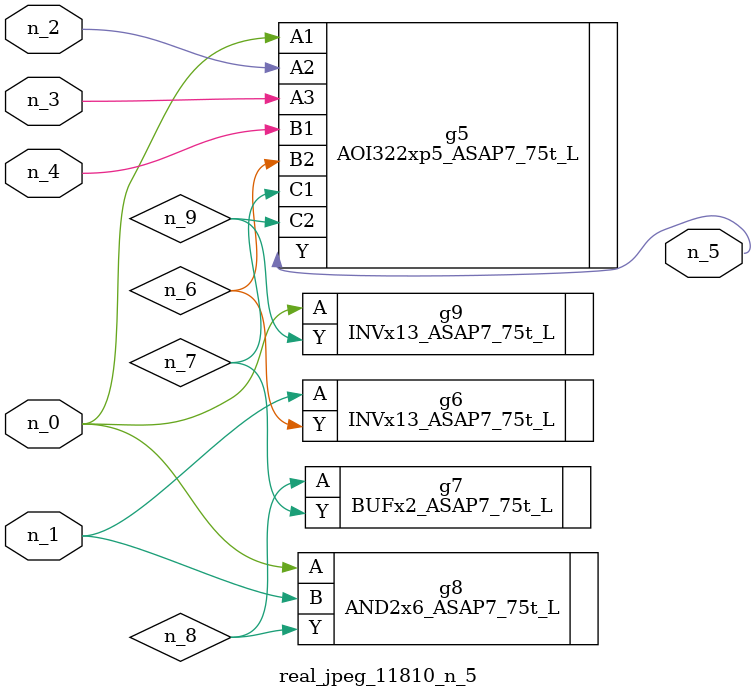
<source format=v>
module real_jpeg_11810_n_5 (n_4, n_0, n_1, n_2, n_3, n_5);

input n_4;
input n_0;
input n_1;
input n_2;
input n_3;

output n_5;

wire n_8;
wire n_6;
wire n_7;
wire n_9;

AOI322xp5_ASAP7_75t_L g5 ( 
.A1(n_0),
.A2(n_2),
.A3(n_3),
.B1(n_4),
.B2(n_6),
.C1(n_7),
.C2(n_9),
.Y(n_5)
);

AND2x6_ASAP7_75t_L g8 ( 
.A(n_0),
.B(n_1),
.Y(n_8)
);

INVx13_ASAP7_75t_L g9 ( 
.A(n_0),
.Y(n_9)
);

INVx13_ASAP7_75t_L g6 ( 
.A(n_1),
.Y(n_6)
);

BUFx2_ASAP7_75t_L g7 ( 
.A(n_8),
.Y(n_7)
);


endmodule
</source>
